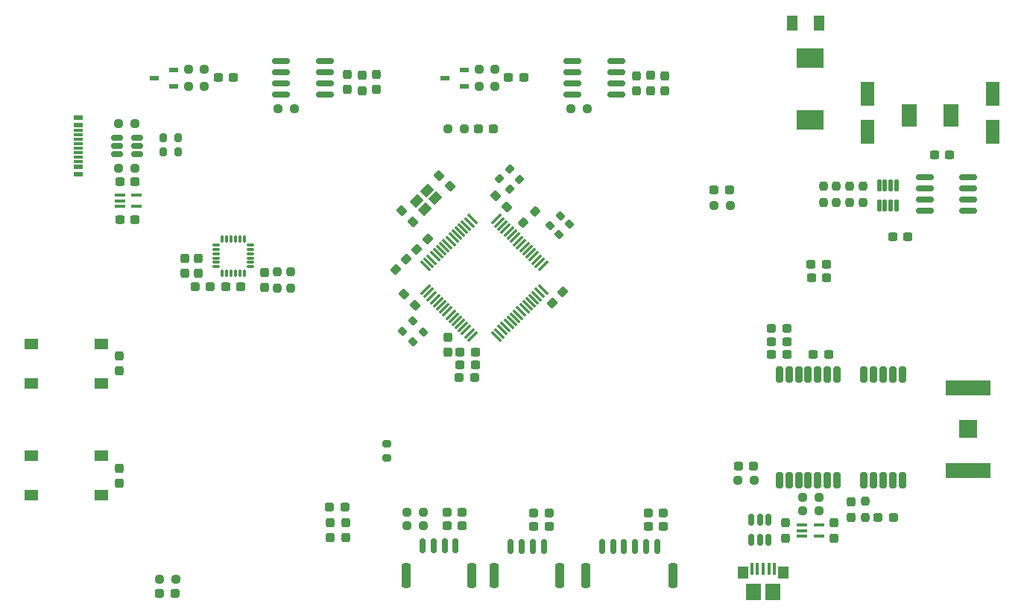
<source format=gbr>
%TF.GenerationSoftware,KiCad,Pcbnew,(7.0.0)*%
%TF.CreationDate,2023-03-06T22:48:15+01:00*%
%TF.ProjectId,RF_module,52465f6d-6f64-4756-9c65-2e6b69636164,1.1*%
%TF.SameCoordinates,Original*%
%TF.FileFunction,Paste,Top*%
%TF.FilePolarity,Positive*%
%FSLAX46Y46*%
G04 Gerber Fmt 4.6, Leading zero omitted, Abs format (unit mm)*
G04 Created by KiCad (PCBNEW (7.0.0)) date 2023-03-06 22:48:15*
%MOMM*%
%LPD*%
G01*
G04 APERTURE LIST*
G04 Aperture macros list*
%AMRoundRect*
0 Rectangle with rounded corners*
0 $1 Rounding radius*
0 $2 $3 $4 $5 $6 $7 $8 $9 X,Y pos of 4 corners*
0 Add a 4 corners polygon primitive as box body*
4,1,4,$2,$3,$4,$5,$6,$7,$8,$9,$2,$3,0*
0 Add four circle primitives for the rounded corners*
1,1,$1+$1,$2,$3*
1,1,$1+$1,$4,$5*
1,1,$1+$1,$6,$7*
1,1,$1+$1,$8,$9*
0 Add four rect primitives between the rounded corners*
20,1,$1+$1,$2,$3,$4,$5,0*
20,1,$1+$1,$4,$5,$6,$7,0*
20,1,$1+$1,$6,$7,$8,$9,0*
20,1,$1+$1,$8,$9,$2,$3,0*%
%AMRotRect*
0 Rectangle, with rotation*
0 The origin of the aperture is its center*
0 $1 length*
0 $2 width*
0 $3 Rotation angle, in degrees counterclockwise*
0 Add horizontal line*
21,1,$1,$2,0,0,$3*%
G04 Aperture macros list end*
%ADD10RoundRect,0.237500X-0.250000X-0.237500X0.250000X-0.237500X0.250000X0.237500X-0.250000X0.237500X0*%
%ADD11R,5.100000X1.800000*%
%ADD12R,2.000000X2.000000*%
%ADD13RoundRect,0.237500X-0.237500X0.300000X-0.237500X-0.300000X0.237500X-0.300000X0.237500X0.300000X0*%
%ADD14RoundRect,0.200000X-0.275000X0.200000X-0.275000X-0.200000X0.275000X-0.200000X0.275000X0.200000X0*%
%ADD15RoundRect,0.237500X0.250000X0.237500X-0.250000X0.237500X-0.250000X-0.237500X0.250000X-0.237500X0*%
%ADD16R,1.050000X0.600000*%
%ADD17RoundRect,0.237500X0.300000X0.237500X-0.300000X0.237500X-0.300000X-0.237500X0.300000X-0.237500X0*%
%ADD18RoundRect,0.075000X-0.075000X0.350000X-0.075000X-0.350000X0.075000X-0.350000X0.075000X0.350000X0*%
%ADD19RoundRect,0.075000X-0.350000X-0.075000X0.350000X-0.075000X0.350000X0.075000X-0.350000X0.075000X0*%
%ADD20RoundRect,0.237500X0.237500X-0.300000X0.237500X0.300000X-0.237500X0.300000X-0.237500X-0.300000X0*%
%ADD21RoundRect,0.237500X-0.300000X-0.237500X0.300000X-0.237500X0.300000X0.237500X-0.300000X0.237500X0*%
%ADD22RoundRect,0.150000X0.150000X0.700000X-0.150000X0.700000X-0.150000X-0.700000X0.150000X-0.700000X0*%
%ADD23RoundRect,0.250000X0.250000X1.150000X-0.250000X1.150000X-0.250000X-1.150000X0.250000X-1.150000X0*%
%ADD24RoundRect,0.237500X0.237500X-0.287500X0.237500X0.287500X-0.237500X0.287500X-0.237500X-0.287500X0*%
%ADD25RoundRect,0.200000X-0.053033X0.335876X-0.335876X0.053033X0.053033X-0.335876X0.335876X-0.053033X0*%
%ADD26RoundRect,0.237500X0.380070X-0.044194X-0.044194X0.380070X-0.380070X0.044194X0.044194X-0.380070X0*%
%ADD27R,0.400000X1.400000*%
%ADD28R,1.750000X1.900000*%
%ADD29R,1.150000X1.450000*%
%ADD30RoundRect,0.237500X0.044194X0.380070X-0.380070X-0.044194X-0.044194X-0.380070X0.380070X0.044194X0*%
%ADD31R,1.800000X2.500000*%
%ADD32RoundRect,0.237500X0.237500X-0.250000X0.237500X0.250000X-0.237500X0.250000X-0.237500X-0.250000X0*%
%ADD33RotRect,1.000000X1.200000X135.000000*%
%ADD34RoundRect,0.237500X-0.237500X0.250000X-0.237500X-0.250000X0.237500X-0.250000X0.237500X0.250000X0*%
%ADD35RoundRect,0.200000X0.200000X-0.700000X0.200000X0.700000X-0.200000X0.700000X-0.200000X-0.700000X0*%
%ADD36RoundRect,0.075000X-0.548008X0.441942X0.441942X-0.548008X0.548008X-0.441942X-0.441942X0.548008X0*%
%ADD37RoundRect,0.075000X-0.548008X-0.441942X-0.441942X-0.548008X0.548008X0.441942X0.441942X0.548008X0*%
%ADD38RoundRect,0.150000X0.825000X0.150000X-0.825000X0.150000X-0.825000X-0.150000X0.825000X-0.150000X0*%
%ADD39RoundRect,0.237500X0.287500X0.237500X-0.287500X0.237500X-0.287500X-0.237500X0.287500X-0.237500X0*%
%ADD40RoundRect,0.150000X0.150000X-0.512500X0.150000X0.512500X-0.150000X0.512500X-0.150000X-0.512500X0*%
%ADD41R,1.550000X1.300000*%
%ADD42RoundRect,0.237500X-0.044194X-0.380070X0.380070X0.044194X0.044194X0.380070X-0.380070X-0.044194X0*%
%ADD43RoundRect,0.200000X-0.200000X-0.275000X0.200000X-0.275000X0.200000X0.275000X-0.200000X0.275000X0*%
%ADD44RoundRect,0.237500X-0.035355X-0.371231X0.371231X0.035355X0.035355X0.371231X-0.371231X-0.035355X0*%
%ADD45RoundRect,0.200000X0.053033X-0.335876X0.335876X-0.053033X-0.053033X0.335876X-0.335876X0.053033X0*%
%ADD46RoundRect,0.237500X-0.287500X-0.237500X0.287500X-0.237500X0.287500X0.237500X-0.287500X0.237500X0*%
%ADD47R,3.150000X2.200000*%
%ADD48R,1.150000X0.400000*%
%ADD49RoundRect,0.237500X-0.380070X0.044194X0.044194X-0.380070X0.380070X-0.044194X-0.044194X0.380070X0*%
%ADD50RoundRect,0.125000X-0.125000X0.537500X-0.125000X-0.537500X0.125000X-0.537500X0.125000X0.537500X0*%
%ADD51R,1.200000X1.820000*%
%ADD52RoundRect,0.150000X-0.825000X-0.150000X0.825000X-0.150000X0.825000X0.150000X-0.825000X0.150000X0*%
%ADD53RoundRect,0.200000X0.335876X0.053033X0.053033X0.335876X-0.335876X-0.053033X-0.053033X-0.335876X0*%
%ADD54RoundRect,0.150000X-0.512500X-0.150000X0.512500X-0.150000X0.512500X0.150000X-0.512500X0.150000X0*%
%ADD55R,1.600000X2.800000*%
%ADD56R,1.100000X0.600000*%
%ADD57R,1.100000X0.300000*%
%ADD58RoundRect,0.237500X0.008839X0.344715X-0.344715X-0.008839X-0.008839X-0.344715X0.344715X0.008839X0*%
G04 APERTURE END LIST*
D10*
%TO.C,R12*%
X50753554Y-97400000D03*
X52578554Y-97400000D03*
%TD*%
D11*
%TO.C,J10*%
X142653553Y-84999999D03*
X142653553Y-75599999D03*
D12*
X142653553Y-80299999D03*
%TD*%
D13*
%TO.C,C11*%
X83500000Y-69875000D03*
X83500000Y-71600000D03*
%TD*%
%TO.C,C42*%
X55153554Y-60850000D03*
X55153554Y-62575000D03*
%TD*%
D14*
%TO.C,R3*%
X76553554Y-81950000D03*
X76553554Y-83600000D03*
%TD*%
D15*
%TO.C,R2*%
X85353554Y-46200000D03*
X83528554Y-46200000D03*
%TD*%
D16*
%TO.C,D5*%
X85353553Y-41349999D03*
X85353553Y-39449999D03*
X83153553Y-40399999D03*
%TD*%
D17*
%TO.C,C81*%
X122016054Y-70350000D03*
X120291054Y-70350000D03*
%TD*%
D18*
%TO.C,U4*%
X60403554Y-58650000D03*
X59903554Y-58650000D03*
X59403554Y-58650000D03*
X58903554Y-58650000D03*
X58403554Y-58650000D03*
X57903554Y-58650000D03*
D19*
X57203554Y-59350000D03*
X57203554Y-59850000D03*
X57203554Y-60350000D03*
X57203554Y-60850000D03*
X57203554Y-61350000D03*
X57203554Y-61850000D03*
D18*
X57903554Y-62550000D03*
X58403554Y-62550000D03*
X58903554Y-62550000D03*
X59403554Y-62550000D03*
X59903554Y-62550000D03*
X60403554Y-62550000D03*
D19*
X61103554Y-61850000D03*
X61103554Y-61350000D03*
X61103554Y-60850000D03*
X61103554Y-60350000D03*
X61103554Y-59850000D03*
X61103554Y-59350000D03*
%TD*%
D17*
%TO.C,C73*%
X135762500Y-58400000D03*
X134037500Y-58400000D03*
%TD*%
D10*
%TO.C,R6*%
X46128554Y-50650000D03*
X47953554Y-50650000D03*
%TD*%
D20*
%TO.C,C5*%
X46153554Y-86462500D03*
X46153554Y-84737500D03*
%TD*%
D21*
%TO.C,C41*%
X58291054Y-64100000D03*
X60016054Y-64100000D03*
%TD*%
D13*
%TO.C,C84*%
X127403554Y-90987500D03*
X127403554Y-92712500D03*
%TD*%
D22*
%TO.C,J4*%
X94403554Y-93650000D03*
X93153554Y-93650000D03*
X91903554Y-93650000D03*
X90653554Y-93650000D03*
D23*
X96253554Y-97000000D03*
X88803554Y-97000000D03*
%TD*%
D24*
%TO.C,FB4*%
X106553554Y-41800000D03*
X106553554Y-40050000D03*
%TD*%
D25*
%TO.C,R13*%
X79520280Y-68033274D03*
X78353554Y-69200000D03*
%TD*%
D20*
%TO.C,C82*%
X129300000Y-90325000D03*
X129300000Y-88600000D03*
%TD*%
D10*
%TO.C,R8*%
X78887500Y-91300000D03*
X80712500Y-91300000D03*
%TD*%
D26*
%TO.C,C3*%
X79763434Y-66209880D03*
X78543674Y-64990120D03*
%TD*%
D27*
%TO.C,J9*%
X118028553Y-96179999D03*
X118678553Y-96179999D03*
X119328553Y-96179999D03*
X119978553Y-96179999D03*
X120628553Y-96179999D03*
D28*
X118203553Y-98829999D03*
X120453553Y-98829999D03*
D29*
X117008553Y-96599999D03*
X121648553Y-96599999D03*
%TD*%
D13*
%TO.C,C44*%
X53653554Y-60850000D03*
X53653554Y-62575000D03*
%TD*%
D10*
%TO.C,R102*%
X123828554Y-89600000D03*
X125653554Y-89600000D03*
%TD*%
%TO.C,R33*%
X97491054Y-43850000D03*
X99316054Y-43850000D03*
%TD*%
D30*
%TO.C,C2*%
X96588434Y-64740120D03*
X95368674Y-65959880D03*
%TD*%
D21*
%TO.C,C13*%
X83416054Y-91300000D03*
X85141054Y-91300000D03*
%TD*%
D17*
%TO.C,C7*%
X86625000Y-73000000D03*
X84900000Y-73000000D03*
%TD*%
D31*
%TO.C,L1*%
X135903553Y-44599999D03*
X140703553Y-44599999D03*
%TD*%
D10*
%TO.C,R5*%
X46128554Y-45600000D03*
X47953554Y-45600000D03*
%TD*%
D32*
%TO.C,R42*%
X65653554Y-64262500D03*
X65653554Y-62437500D03*
%TD*%
D33*
%TO.C,Y1*%
X80897792Y-55269238D03*
X82099873Y-54067157D03*
X81180634Y-53147918D03*
X79978553Y-54349999D03*
%TD*%
D34*
%TO.C,R64*%
X126153554Y-52687500D03*
X126153554Y-54512500D03*
%TD*%
D24*
%TO.C,FB3*%
X73753554Y-41800000D03*
X73753554Y-40050000D03*
%TD*%
D35*
%TO.C,U8*%
X121153554Y-86100000D03*
X122253554Y-86100000D03*
X123353554Y-86100000D03*
X124453554Y-86100000D03*
X125553554Y-86100000D03*
X126653554Y-86100000D03*
X127753554Y-86100000D03*
X130753554Y-86100000D03*
X131853554Y-86100000D03*
X132953554Y-86100000D03*
X134053554Y-86100000D03*
X135153554Y-86100000D03*
X135153554Y-74100000D03*
X134053554Y-74100000D03*
X132953554Y-74100000D03*
X131853554Y-74100000D03*
X130753554Y-74100000D03*
X127753554Y-74100000D03*
X126653554Y-74100000D03*
X125553554Y-74100000D03*
X124453554Y-74100000D03*
X123353554Y-74100000D03*
X122253554Y-74100000D03*
X121153554Y-74100000D03*
%TD*%
D36*
%TO.C,U1*%
X86292373Y-56435519D03*
X85938820Y-56789072D03*
X85585267Y-57142625D03*
X85231713Y-57496179D03*
X84878160Y-57849732D03*
X84524606Y-58203286D03*
X84171053Y-58556839D03*
X83817500Y-58910392D03*
X83463946Y-59263946D03*
X83110393Y-59617499D03*
X82756840Y-59971052D03*
X82403286Y-60324606D03*
X82049733Y-60678159D03*
X81696179Y-61031713D03*
X81342626Y-61385266D03*
X80989073Y-61738819D03*
D37*
X80989073Y-64461181D03*
X81342626Y-64814734D03*
X81696179Y-65168287D03*
X82049733Y-65521841D03*
X82403286Y-65875394D03*
X82756840Y-66228948D03*
X83110393Y-66582501D03*
X83463946Y-66936054D03*
X83817500Y-67289608D03*
X84171053Y-67643161D03*
X84524606Y-67996714D03*
X84878160Y-68350268D03*
X85231713Y-68703821D03*
X85585267Y-69057375D03*
X85938820Y-69410928D03*
X86292373Y-69764481D03*
D36*
X89014735Y-69764481D03*
X89368288Y-69410928D03*
X89721841Y-69057375D03*
X90075395Y-68703821D03*
X90428948Y-68350268D03*
X90782502Y-67996714D03*
X91136055Y-67643161D03*
X91489608Y-67289608D03*
X91843162Y-66936054D03*
X92196715Y-66582501D03*
X92550268Y-66228948D03*
X92903822Y-65875394D03*
X93257375Y-65521841D03*
X93610929Y-65168287D03*
X93964482Y-64814734D03*
X94318035Y-64461181D03*
D37*
X94318035Y-61738819D03*
X93964482Y-61385266D03*
X93610929Y-61031713D03*
X93257375Y-60678159D03*
X92903822Y-60324606D03*
X92550268Y-59971052D03*
X92196715Y-59617499D03*
X91843162Y-59263946D03*
X91489608Y-58910392D03*
X91136055Y-58556839D03*
X90782502Y-58203286D03*
X90428948Y-57849732D03*
X90075395Y-57496179D03*
X89721841Y-57142625D03*
X89368288Y-56789072D03*
X89014735Y-56435519D03*
%TD*%
D17*
%TO.C,C71*%
X126516054Y-61600000D03*
X124791054Y-61600000D03*
%TD*%
D38*
%TO.C,U2*%
X69541054Y-42255000D03*
X69541054Y-40985000D03*
X69541054Y-39715000D03*
X69541054Y-38445000D03*
X64591054Y-38445000D03*
X64591054Y-39715000D03*
X64591054Y-40985000D03*
X64591054Y-42255000D03*
%TD*%
D21*
%TO.C,C33*%
X90403554Y-40350000D03*
X92128554Y-40350000D03*
%TD*%
D39*
%TO.C,FB5*%
X56528554Y-64100000D03*
X54778554Y-64100000D03*
%TD*%
D40*
%TO.C,U9*%
X118003554Y-92875000D03*
X118953554Y-92875000D03*
X119903554Y-92875000D03*
X119903554Y-90600000D03*
X118953554Y-90600000D03*
X118003554Y-90600000D03*
%TD*%
D41*
%TO.C,SW1*%
X36178553Y-70599999D03*
X44128553Y-70599999D03*
X36178553Y-75099999D03*
X44128553Y-75099999D03*
%TD*%
D42*
%TO.C,C8*%
X79983794Y-59869760D03*
X81203554Y-58650000D03*
%TD*%
D39*
%TO.C,D1*%
X115528554Y-53100000D03*
X113778554Y-53100000D03*
%TD*%
D17*
%TO.C,C60*%
X140516054Y-49100000D03*
X138791054Y-49100000D03*
%TD*%
D13*
%TO.C,C31*%
X104903554Y-40112500D03*
X104903554Y-41837500D03*
%TD*%
D43*
%TO.C,R18*%
X51200000Y-48800000D03*
X52850000Y-48800000D03*
%TD*%
D39*
%TO.C,D3*%
X118253554Y-84500000D03*
X116503554Y-84500000D03*
%TD*%
D25*
%TO.C,R4*%
X80720280Y-69233274D03*
X79553554Y-70400000D03*
%TD*%
D44*
%TO.C,FB2*%
X77553554Y-62200000D03*
X78790990Y-60962564D03*
%TD*%
D26*
%TO.C,C9*%
X79513434Y-56709880D03*
X78293674Y-55490120D03*
%TD*%
D43*
%TO.C,R17*%
X51200000Y-47200000D03*
X52850000Y-47200000D03*
%TD*%
D10*
%TO.C,R32*%
X87053554Y-41350000D03*
X88878554Y-41350000D03*
%TD*%
D45*
%TO.C,R19*%
X95153554Y-57200000D03*
X96320280Y-56033274D03*
%TD*%
D46*
%TO.C,FB1*%
X84825000Y-74400000D03*
X86575000Y-74400000D03*
%TD*%
D32*
%TO.C,R61*%
X130653554Y-54512500D03*
X130653554Y-52687500D03*
%TD*%
D21*
%TO.C,C14*%
X106291054Y-91350000D03*
X108016054Y-91350000D03*
%TD*%
D10*
%TO.C,R7*%
X78866054Y-89800000D03*
X80691054Y-89800000D03*
%TD*%
D34*
%TO.C,R80*%
X130900000Y-88525000D03*
X130900000Y-90350000D03*
%TD*%
D13*
%TO.C,C21*%
X72066054Y-39987500D03*
X72066054Y-41712500D03*
%TD*%
D17*
%TO.C,C72*%
X126525000Y-63100000D03*
X124800000Y-63100000D03*
%TD*%
D21*
%TO.C,C30*%
X46228554Y-52200000D03*
X47953554Y-52200000D03*
%TD*%
D10*
%TO.C,R22*%
X54028554Y-41350000D03*
X55853554Y-41350000D03*
%TD*%
D38*
%TO.C,U3*%
X102628554Y-42255000D03*
X102628554Y-40985000D03*
X102628554Y-39715000D03*
X102628554Y-38445000D03*
X97678554Y-38445000D03*
X97678554Y-39715000D03*
X97678554Y-40985000D03*
X97678554Y-42255000D03*
%TD*%
D21*
%TO.C,C12*%
X93291054Y-91350000D03*
X95016054Y-91350000D03*
%TD*%
D13*
%TO.C,C43*%
X62653554Y-62487500D03*
X62653554Y-64212500D03*
%TD*%
D47*
%TO.C,D7*%
X124653553Y-45099999D03*
X124653553Y-38099999D03*
%TD*%
D48*
%TO.C,PS1*%
X123753553Y-91199999D03*
X123753553Y-91849999D03*
X123753553Y-92499999D03*
X125653553Y-92499999D03*
X125653553Y-91199999D03*
%TD*%
D21*
%TO.C,C23*%
X57441054Y-40350000D03*
X59166054Y-40350000D03*
%TD*%
D15*
%TO.C,R1*%
X115566054Y-54850000D03*
X113741054Y-54850000D03*
%TD*%
%TO.C,R82*%
X118312500Y-86100000D03*
X116487500Y-86100000D03*
%TD*%
D46*
%TO.C,D2*%
X86953554Y-46200000D03*
X88703554Y-46200000D03*
%TD*%
D13*
%TO.C,C83*%
X121903554Y-90987500D03*
X121903554Y-92712500D03*
%TD*%
D39*
%TO.C,FB6*%
X71828554Y-89200000D03*
X70078554Y-89200000D03*
%TD*%
D41*
%TO.C,SW2*%
X36178553Y-83349999D03*
X44128553Y-83349999D03*
X36178553Y-87849999D03*
X44128553Y-87849999D03*
%TD*%
D13*
%TO.C,C22*%
X75403554Y-39987500D03*
X75403554Y-41712500D03*
%TD*%
D20*
%TO.C,C4*%
X46153554Y-73712500D03*
X46153554Y-71987500D03*
%TD*%
D49*
%TO.C,C10*%
X82543674Y-51490120D03*
X83763434Y-52709880D03*
%TD*%
D45*
%TO.C,R20*%
X96153554Y-58200000D03*
X97320280Y-57033274D03*
%TD*%
D32*
%TO.C,R41*%
X64153554Y-64262500D03*
X64153554Y-62437500D03*
%TD*%
D34*
%TO.C,R62*%
X129153554Y-52687500D03*
X129153554Y-54512500D03*
%TD*%
D50*
%TO.C,U6*%
X134453554Y-52600000D03*
X133803554Y-52600000D03*
X133153554Y-52600000D03*
X132503554Y-52600000D03*
X132503554Y-54875000D03*
X133153554Y-54875000D03*
X133803554Y-54875000D03*
X134453554Y-54875000D03*
%TD*%
D46*
%TO.C,FB10*%
X106278554Y-89850000D03*
X108028554Y-89850000D03*
%TD*%
D21*
%TO.C,C85*%
X125041054Y-71850000D03*
X126766054Y-71850000D03*
%TD*%
D10*
%TO.C,R23*%
X64241054Y-43850000D03*
X66066054Y-43850000D03*
%TD*%
D48*
%TO.C,PS2*%
X46253553Y-53699999D03*
X46253553Y-54349999D03*
X46253553Y-54999999D03*
X48153553Y-54999999D03*
X48153553Y-53699999D03*
%TD*%
D22*
%TO.C,J5*%
X84403554Y-93600000D03*
X83153554Y-93600000D03*
X81903554Y-93600000D03*
X80653554Y-93600000D03*
D23*
X86253554Y-96950000D03*
X78803554Y-96950000D03*
%TD*%
D51*
%TO.C,F1*%
X125658553Y-34099999D03*
X122648553Y-34099999D03*
%TD*%
D10*
%TO.C,R31*%
X87053554Y-39350000D03*
X88878554Y-39350000D03*
%TD*%
D20*
%TO.C,C18*%
X70153554Y-92662500D03*
X70153554Y-90937500D03*
%TD*%
D46*
%TO.C,D6*%
X50753554Y-99000000D03*
X52503554Y-99000000D03*
%TD*%
D52*
%TO.C,Q1*%
X137678554Y-51695000D03*
X137678554Y-52965000D03*
X137678554Y-54235000D03*
X137678554Y-55505000D03*
X142628554Y-55505000D03*
X142628554Y-54235000D03*
X142628554Y-52965000D03*
X142628554Y-51695000D03*
%TD*%
D46*
%TO.C,FB9*%
X83403554Y-89800000D03*
X85153554Y-89800000D03*
%TD*%
D22*
%TO.C,J6*%
X107278554Y-93650000D03*
X106028554Y-93650000D03*
X104778554Y-93650000D03*
X103528554Y-93650000D03*
X102278554Y-93650000D03*
X101028554Y-93650000D03*
D23*
X109128554Y-97000000D03*
X99178554Y-97000000D03*
%TD*%
D17*
%TO.C,C1*%
X86625000Y-71600000D03*
X84900000Y-71600000D03*
%TD*%
D53*
%TO.C,R25*%
X90553554Y-53000000D03*
X89386828Y-51833274D03*
%TD*%
D46*
%TO.C,FB7*%
X120278554Y-68850000D03*
X122028554Y-68850000D03*
%TD*%
D54*
%TO.C,U5*%
X45903554Y-47150000D03*
X45903554Y-48100000D03*
X45903554Y-49050000D03*
X48178554Y-49050000D03*
X48178554Y-48100000D03*
X48178554Y-47150000D03*
%TD*%
D34*
%TO.C,R63*%
X127653554Y-52687500D03*
X127653554Y-54512500D03*
%TD*%
D55*
%TO.C,C61*%
X145403553Y-46499999D03*
X145403553Y-42199999D03*
%TD*%
D13*
%TO.C,C32*%
X108153554Y-40112500D03*
X108153554Y-41837500D03*
%TD*%
D56*
%TO.C,J3*%
X41553553Y-44899999D03*
X41553553Y-45699999D03*
D57*
X41553553Y-46849999D03*
X41553553Y-47849999D03*
X41553553Y-48349999D03*
X41553553Y-49349999D03*
D56*
X41553553Y-50499999D03*
X41553553Y-51299999D03*
D57*
X41553553Y-49849999D03*
X41553553Y-48849999D03*
X41553553Y-47349999D03*
X41553553Y-46349999D03*
%TD*%
D53*
%TO.C,R24*%
X91683363Y-51883363D03*
X90516637Y-50716637D03*
%TD*%
D20*
%TO.C,C19*%
X71953554Y-92662500D03*
X71953554Y-90937500D03*
%TD*%
D49*
%TO.C,C6*%
X88953554Y-53800000D03*
X90173314Y-55019760D03*
%TD*%
D55*
%TO.C,C62*%
X131153553Y-46499999D03*
X131153553Y-42199999D03*
%TD*%
D16*
%TO.C,D4*%
X52353553Y-41349999D03*
X52353553Y-39449999D03*
X50153553Y-40399999D03*
%TD*%
D58*
%TO.C,R9*%
X93398789Y-55554765D03*
X92108319Y-56845235D03*
%TD*%
D46*
%TO.C,FB8*%
X93278554Y-89850000D03*
X95028554Y-89850000D03*
%TD*%
D17*
%TO.C,C34*%
X47953554Y-56500000D03*
X46228554Y-56500000D03*
%TD*%
D10*
%TO.C,R21*%
X54028554Y-39350000D03*
X55853554Y-39350000D03*
%TD*%
%TO.C,R101*%
X123828554Y-88100000D03*
X125653554Y-88100000D03*
%TD*%
D46*
%TO.C,L2*%
X132403554Y-90350000D03*
X134153554Y-90350000D03*
%TD*%
D17*
%TO.C,C80*%
X122016054Y-71850000D03*
X120291054Y-71850000D03*
%TD*%
M02*

</source>
